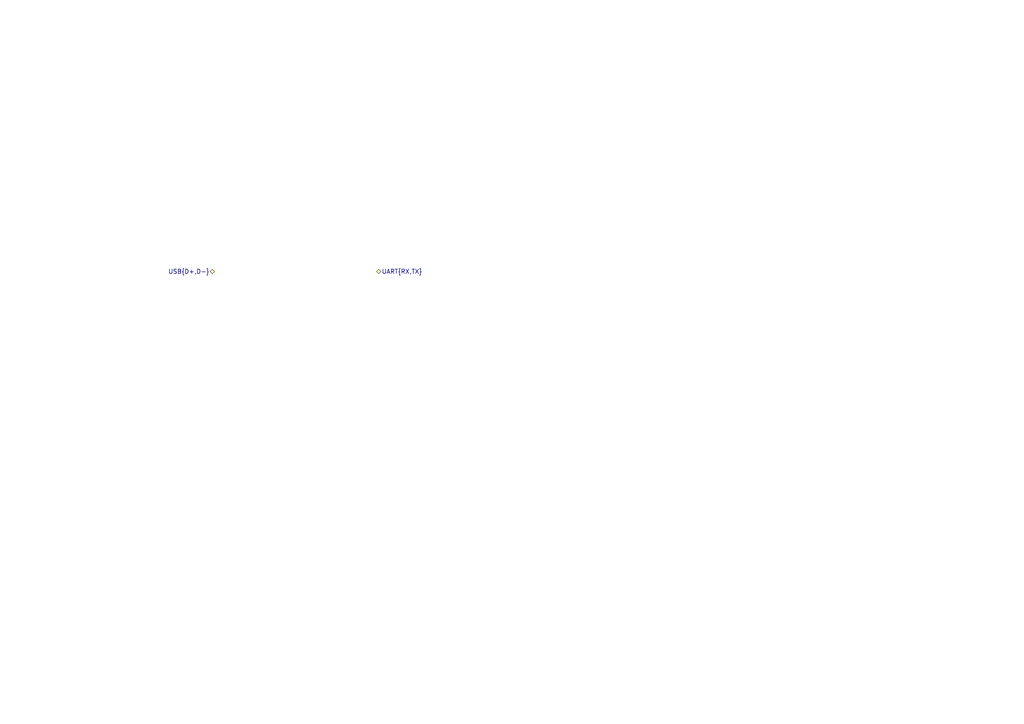
<source format=kicad_sch>
(kicad_sch
	(version 20231120)
	(generator "eeschema")
	(generator_version "8.0")
	(uuid "5505454e-b275-4b3c-b21f-2f71c093a4ea")
	(paper "A4")
	(title_block
		(title "Blackstone Flight Computer - USB to Serial")
		(date "2024-08-02")
		(rev "Rev A")
		(company "UC Aerospace")
		(comment 1 "Project: Blackstone")
	)
	(lib_symbols)
	(hierarchical_label "UART{RX,TX}"
		(shape bidirectional)
		(at 109.22 78.74 0)
		(fields_autoplaced yes)
		(effects
			(font
				(size 1.27 1.27)
			)
			(justify left)
		)
		(uuid "310bbd55-d3e4-4461-891c-f1af13d81ea0")
	)
	(hierarchical_label "USB{D+,D-}"
		(shape bidirectional)
		(at 62.23 78.74 180)
		(fields_autoplaced yes)
		(effects
			(font
				(size 1.27 1.27)
			)
			(justify right)
		)
		(uuid "b7c932ea-5883-4dfa-b4f7-13414aa6871a")
	)
)

</source>
